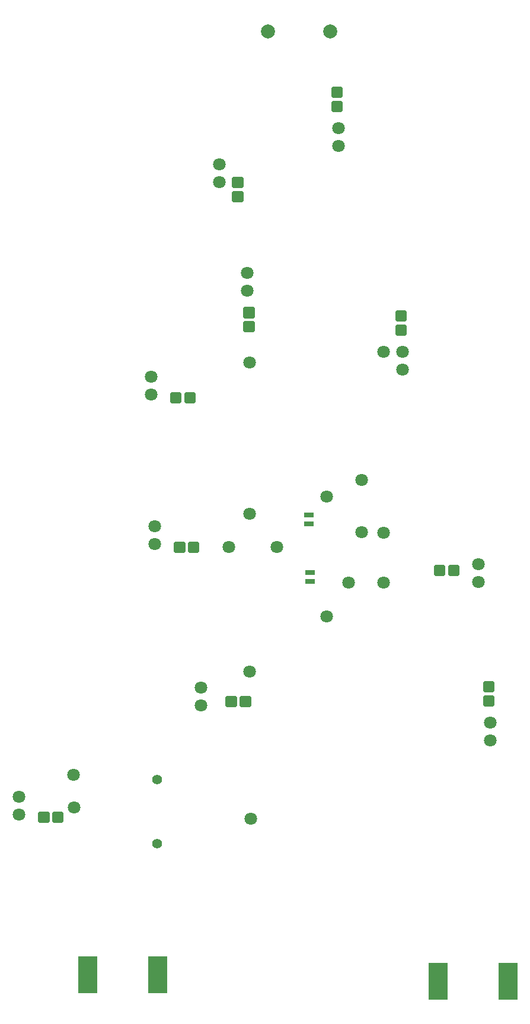
<source format=gbr>
G04 EAGLE Gerber RS-274X export*
G75*
%MOMM*%
%FSLAX34Y34*%
%LPD*%
%INSoldermask Bottom*%
%IPPOS*%
%AMOC8*
5,1,8,0,0,1.08239X$1,22.5*%
G01*
%ADD10R,2.743200X5.283200*%
%ADD11R,1.473200X0.703200*%
%ADD12C,2.003200*%
%ADD13C,1.803200*%
%ADD14C,0.480959*%
%ADD15C,1.409600*%


D10*
X624530Y36210D03*
X724530Y36210D03*
X224530Y45410D03*
X124530Y45410D03*
D11*
X440460Y688330D03*
X440460Y701030D03*
X441950Y606670D03*
X441950Y619370D03*
D12*
X470800Y1391500D03*
D13*
X286600Y454800D03*
X286600Y429400D03*
X214900Y898300D03*
X214900Y872900D03*
X220200Y685100D03*
X220200Y659700D03*
X352700Y1046500D03*
X352700Y1021100D03*
X682700Y605500D03*
X682700Y630900D03*
X482800Y1227900D03*
X482800Y1253300D03*
X312500Y1201800D03*
X312500Y1176400D03*
X699600Y379600D03*
X699600Y405000D03*
X26300Y299300D03*
X26300Y273900D03*
X574100Y909100D03*
X574100Y934500D03*
D12*
X381900Y1391500D03*
D14*
X335111Y429589D02*
X323889Y429589D01*
X323889Y440811D01*
X335111Y440811D01*
X335111Y429589D01*
X335111Y434158D02*
X323889Y434158D01*
X323889Y438727D02*
X335111Y438727D01*
X344079Y429589D02*
X355301Y429589D01*
X344079Y429589D02*
X344079Y440811D01*
X355301Y440811D01*
X355301Y429589D01*
X355301Y434158D02*
X344079Y434158D01*
X344079Y438727D02*
X355301Y438727D01*
X256011Y863189D02*
X244789Y863189D01*
X244789Y874411D01*
X256011Y874411D01*
X256011Y863189D01*
X256011Y867758D02*
X244789Y867758D01*
X244789Y872327D02*
X256011Y872327D01*
X264979Y863189D02*
X276201Y863189D01*
X264979Y863189D02*
X264979Y874411D01*
X276201Y874411D01*
X276201Y863189D01*
X276201Y867758D02*
X264979Y867758D01*
X264979Y872327D02*
X276201Y872327D01*
X261311Y649989D02*
X250089Y649989D01*
X250089Y661211D01*
X261311Y661211D01*
X261311Y649989D01*
X261311Y654558D02*
X250089Y654558D01*
X250089Y659127D02*
X261311Y659127D01*
X270279Y649989D02*
X281501Y649989D01*
X270279Y649989D02*
X270279Y661211D01*
X281501Y661211D01*
X281501Y649989D01*
X281501Y654558D02*
X270279Y654558D01*
X270279Y659127D02*
X281501Y659127D01*
X349289Y984589D02*
X349289Y995811D01*
X360511Y995811D01*
X360511Y984589D01*
X349289Y984589D01*
X349289Y989158D02*
X360511Y989158D01*
X360511Y993727D02*
X349289Y993727D01*
X349289Y975621D02*
X349289Y964399D01*
X349289Y975621D02*
X360511Y975621D01*
X360511Y964399D01*
X349289Y964399D01*
X349289Y968968D02*
X360511Y968968D01*
X360511Y973537D02*
X349289Y973537D01*
X641589Y627911D02*
X652811Y627911D01*
X652811Y616689D01*
X641589Y616689D01*
X641589Y627911D01*
X641589Y621258D02*
X652811Y621258D01*
X652811Y625827D02*
X641589Y625827D01*
X632621Y627911D02*
X621399Y627911D01*
X632621Y627911D02*
X632621Y616689D01*
X621399Y616689D01*
X621399Y627911D01*
X621399Y621258D02*
X632621Y621258D01*
X632621Y625827D02*
X621399Y625827D01*
X486211Y1278589D02*
X486211Y1289811D01*
X486211Y1278589D02*
X474989Y1278589D01*
X474989Y1289811D01*
X486211Y1289811D01*
X486211Y1283158D02*
X474989Y1283158D01*
X474989Y1287727D02*
X486211Y1287727D01*
X486211Y1298779D02*
X486211Y1310001D01*
X486211Y1298779D02*
X474989Y1298779D01*
X474989Y1310001D01*
X486211Y1310001D01*
X486211Y1303348D02*
X474989Y1303348D01*
X474989Y1307917D02*
X486211Y1307917D01*
X333089Y1181411D02*
X333089Y1170189D01*
X333089Y1181411D02*
X344311Y1181411D01*
X344311Y1170189D01*
X333089Y1170189D01*
X333089Y1174758D02*
X344311Y1174758D01*
X344311Y1179327D02*
X333089Y1179327D01*
X333089Y1161221D02*
X333089Y1149999D01*
X333089Y1161221D02*
X344311Y1161221D01*
X344311Y1149999D01*
X333089Y1149999D01*
X333089Y1154568D02*
X344311Y1154568D01*
X344311Y1159137D02*
X333089Y1159137D01*
X703011Y441511D02*
X703011Y430289D01*
X691789Y430289D01*
X691789Y441511D01*
X703011Y441511D01*
X703011Y434858D02*
X691789Y434858D01*
X691789Y439427D02*
X703011Y439427D01*
X703011Y450479D02*
X703011Y461701D01*
X703011Y450479D02*
X691789Y450479D01*
X691789Y461701D01*
X703011Y461701D01*
X703011Y455048D02*
X691789Y455048D01*
X691789Y459617D02*
X703011Y459617D01*
X67411Y264189D02*
X56189Y264189D01*
X56189Y275411D01*
X67411Y275411D01*
X67411Y264189D01*
X67411Y268758D02*
X56189Y268758D01*
X56189Y273327D02*
X67411Y273327D01*
X76379Y264189D02*
X87601Y264189D01*
X76379Y264189D02*
X76379Y275411D01*
X87601Y275411D01*
X87601Y264189D01*
X87601Y268758D02*
X76379Y268758D01*
X76379Y273327D02*
X87601Y273327D01*
X577511Y959789D02*
X577511Y971011D01*
X577511Y959789D02*
X566289Y959789D01*
X566289Y971011D01*
X577511Y971011D01*
X577511Y964358D02*
X566289Y964358D01*
X566289Y968927D02*
X577511Y968927D01*
X577511Y979979D02*
X577511Y991201D01*
X577511Y979979D02*
X566289Y979979D01*
X566289Y991201D01*
X577511Y991201D01*
X577511Y984548D02*
X566289Y984548D01*
X566289Y989117D02*
X577511Y989117D01*
D13*
X104000Y331000D03*
X105000Y284000D03*
X516000Y677000D03*
X516000Y751000D03*
D15*
X224000Y232000D03*
X224000Y324000D03*
D13*
X395000Y656000D03*
X326000Y656000D03*
X497000Y605000D03*
X547000Y605000D03*
X356000Y919000D03*
X356000Y703000D03*
X356000Y478000D03*
X357000Y268000D03*
X547000Y676000D03*
X547000Y934000D03*
X466000Y728000D03*
X466000Y557000D03*
M02*

</source>
